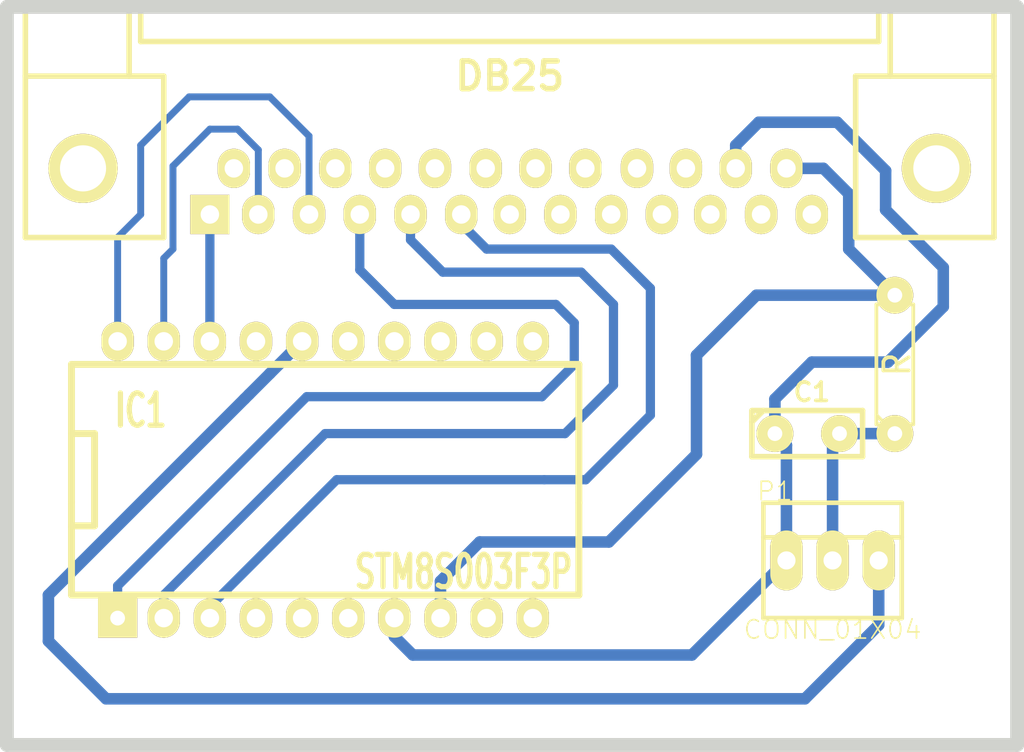
<source format=kicad_pcb>
(kicad_pcb (version 3) (host pcbnew "(2013-07-07 BZR 4022)-stable")

  (general
    (links 14)
    (no_connects 0)
    (area 103.758999 76.936599 161.671001 126.746001)
    (thickness 1.6)
    (drawings 4)
    (tracks 83)
    (zones 0)
    (modules 5)
    (nets 11)
  )

  (page A4)
  (title_block 
    (title "Tape player IR")
    (rev 1)
    (company "Hoa Lu")
  )

  (layers
    (15 F.Cu signal hide)
    (0 B.Cu signal)
    (16 B.Adhes user)
    (17 F.Adhes user)
    (18 B.Paste user)
    (19 F.Paste user)
    (20 B.SilkS user)
    (21 F.SilkS user)
    (22 B.Mask user)
    (23 F.Mask user)
    (24 Dwgs.User user)
    (25 Cmts.User user)
    (26 Eco1.User user)
    (27 Eco2.User user)
    (28 Edge.Cuts user)
  )

  (setup
    (last_trace_width 0.508)
    (trace_clearance 0.254)
    (zone_clearance 1.27)
    (zone_45_only no)
    (trace_min 0.254)
    (segment_width 0.2)
    (edge_width 0.762)
    (via_size 0.889)
    (via_drill 0.635)
    (via_min_size 0.889)
    (via_min_drill 0.508)
    (uvia_size 0.508)
    (uvia_drill 0.127)
    (uvias_allowed no)
    (uvia_min_size 0.508)
    (uvia_min_drill 0.127)
    (pcb_text_width 0.3)
    (pcb_text_size 1.5 1.5)
    (mod_edge_width 0.381)
    (mod_text_size 1 1)
    (mod_text_width 0.15)
    (pad_size 2.032 2.032)
    (pad_drill 0.8128)
    (pad_to_mask_clearance 0)
    (aux_axis_origin 0 0)
    (visible_elements 7FFFFFFF)
    (pcbplotparams
      (layerselection 3145729)
      (usegerberextensions true)
      (excludeedgelayer true)
      (linewidth 0.100000)
      (plotframeref false)
      (viasonmask false)
      (mode 1)
      (useauxorigin false)
      (hpglpennumber 1)
      (hpglpenspeed 20)
      (hpglpendiameter 15)
      (hpglpenoverlay 2)
      (psnegative false)
      (psa4output false)
      (plotreference true)
      (plotvalue true)
      (plotothertext true)
      (plotinvisibletext false)
      (padsonsilk false)
      (subtractmaskfromsilk false)
      (outputformat 1)
      (mirror false)
      (drillshape 0)
      (scaleselection 1)
      (outputdirectory C:/Users/htlu/Desktop/plot))
  )

  (net 0 "")
  (net 1 /CMD0)
  (net 2 /CMD1)
  (net 3 /CMD2)
  (net 4 /CMD3)
  (net 5 /CMD4)
  (net 6 /CMD5)
  (net 7 /IR_OUT)
  (net 8 GND)
  (net 9 N-0000039)
  (net 10 VCC)

  (net_class Default "This is the default net class."
    (clearance 0.254)
    (trace_width 0.508)
    (via_dia 0.889)
    (via_drill 0.635)
    (uvia_dia 0.508)
    (uvia_drill 0.127)
    (add_net "")
  )

  (net_class Normal ""
    (clearance 0.254)
    (trace_width 0.508)
    (via_dia 0.889)
    (via_drill 0.635)
    (uvia_dia 0.508)
    (uvia_drill 0.127)
    (add_net /CMD0)
    (add_net /CMD3)
  )

  (net_class Power ""
    (clearance 0.381)
    (trace_width 0.635)
    (via_dia 0.889)
    (via_drill 0.635)
    (uvia_dia 0.508)
    (uvia_drill 0.127)
    (add_net /IR_OUT)
    (add_net GND)
    (add_net N-0000039)
    (add_net VCC)
  )

  (net_class Thin ""
    (clearance 0.254)
    (trace_width 0.381)
    (via_dia 0.889)
    (via_drill 0.635)
    (uvia_dia 0.508)
    (uvia_drill 0.127)
    (add_net /CMD1)
    (add_net /CMD2)
    (add_net /CMD4)
    (add_net /CMD5)
  )

  (module C1   placed (layer F.Cu) (tedit 5554791B) (tstamp 5554793B)
    (at 149.733 109.22)
    (descr "Condensateur e = 1 pas")
    (tags C)
    (path /554E8764)
    (fp_text reference C1 (at 0.254 -2.286) (layer F.SilkS)
      (effects (font (size 1.016 1.016) (thickness 0.2032)))
    )
    (fp_text value C (at 0 -2.286) (layer F.SilkS) hide
      (effects (font (size 1.016 1.016) (thickness 0.2032)))
    )
    (fp_line (start -2.9972 -1.27) (end 3.048 -1.27) (layer F.SilkS) (width 0.3048))
    (fp_line (start 3.048 -1.27) (end 3.048 1.27) (layer F.SilkS) (width 0.3048))
    (fp_line (start 3.048 1.27) (end -3.048 1.27) (layer F.SilkS) (width 0.3048))
    (fp_line (start -3.048 1.27) (end -3.048 -1.27) (layer F.SilkS) (width 0.3048))
    (fp_line (start -3.048 -0.635) (end -2.413 -1.27) (layer F.SilkS) (width 0.3048))
    (pad 1 thru_hole circle (at -1.778 0) (size 2.032 2.032) (drill 0.8128)
      (layers *.Cu *.Mask F.SilkS)
      (net 8 GND)
    )
    (pad 2 thru_hole circle (at 1.778 0) (size 2.032 2.032) (drill 0.8128)
      (layers *.Cu *.Mask F.SilkS)
      (net 9 N-0000039)
    )
    (model discret/capa_1_pas.wrl
      (at (xyz 0 0 0))
      (scale (xyz 1 1 1))
      (rotate (xyz 0 0 0))
    )
  )

  (module PINHEAD1-3   placed (layer F.Cu) (tedit 55543B18) (tstamp 55503F4F)
    (at 151.13 116.205)
    (path /554E8513)
    (attr virtual)
    (fp_text reference P1 (at -3.175 -3.81) (layer F.SilkS)
      (effects (font (size 1.016 1.016) (thickness 0.0889)))
    )
    (fp_text value CONN_01X04 (at 0 3.81) (layer F.SilkS)
      (effects (font (size 1.016 1.016) (thickness 0.0889)))
    )
    (fp_line (start -3.81 -3.175) (end -3.81 3.175) (layer F.SilkS) (width 0.254))
    (fp_line (start 3.81 -3.175) (end 3.81 3.175) (layer F.SilkS) (width 0.254))
    (fp_line (start 3.81 -1.27) (end -3.81 -1.27) (layer F.SilkS) (width 0.254))
    (fp_line (start -3.81 -3.175) (end 3.81 -3.175) (layer F.SilkS) (width 0.254))
    (fp_line (start 3.81 3.175) (end -3.81 3.175) (layer F.SilkS) (width 0.254))
    (pad 1 thru_hole oval (at -2.54 0) (size 1.778 3.302) (drill 0.99822)
      (layers *.Cu F.Paste F.SilkS F.Mask)
      (net 8 GND)
    )
    (pad 2 thru_hole oval (at 0 0) (size 1.778 3.302) (drill 0.99822)
      (layers *.Cu F.Paste F.SilkS F.Mask)
      (net 9 N-0000039)
    )
    (pad 3 thru_hole oval (at 2.54 0) (size 1.778 3.302) (drill 0.99822)
      (layers *.Cu F.Paste F.SilkS F.Mask)
      (net 7 /IR_OUT)
    )
  )

  (module DB25FC   placed (layer F.Cu) (tedit 55547892) (tstamp 55503FA3)
    (at 133.35 95.885)
    (descr "Connecteur DB25 femelle couche")
    (tags "CONN DB25")
    (path /554E7E83)
    (fp_text reference J1 (at 0 -15.24) (layer F.SilkS)
      (effects (font (size 1.524 1.524) (thickness 0.3048)))
    )
    (fp_text value DB25 (at 0 -6.35) (layer F.SilkS)
      (effects (font (size 1.524 1.524) (thickness 0.3048)))
    )
    (fp_line (start 26.67 -11.43) (end 26.67 2.54) (layer F.SilkS) (width 0.3048))
    (fp_line (start 19.05 -6.35) (end 19.05 2.54) (layer F.SilkS) (width 0.3048))
    (fp_line (start 20.955 -11.43) (end 20.955 -6.35) (layer F.SilkS) (width 0.3048))
    (fp_line (start -20.955 -11.43) (end -20.955 -6.35) (layer F.SilkS) (width 0.3048))
    (fp_line (start -19.05 -6.35) (end -19.05 2.54) (layer F.SilkS) (width 0.3048))
    (fp_line (start -26.67 2.54) (end -26.67 -11.43) (layer F.SilkS) (width 0.3048))
    (fp_line (start 26.67 -6.35) (end 19.05 -6.35) (layer F.SilkS) (width 0.3048))
    (fp_line (start -26.67 -6.35) (end -19.05 -6.35) (layer F.SilkS) (width 0.3048))
    (fp_line (start 20.32 -8.255) (end 20.32 -11.43) (layer F.SilkS) (width 0.3048))
    (fp_line (start -20.32 -8.255) (end -20.32 -11.43) (layer F.SilkS) (width 0.3048))
    (fp_line (start 20.32 -18.415) (end 20.32 -12.7) (layer F.SilkS) (width 0.3048))
    (fp_line (start -20.32 -18.415) (end -20.32 -12.7) (layer F.SilkS) (width 0.3048))
    (fp_line (start 26.67 -11.43) (end 26.67 -12.7) (layer F.SilkS) (width 0.3048))
    (fp_line (start 26.67 -12.7) (end -26.67 -12.7) (layer F.SilkS) (width 0.3048))
    (fp_line (start -26.67 -12.7) (end -26.67 -11.43) (layer F.SilkS) (width 0.3048))
    (fp_line (start -26.67 -11.43) (end 26.67 -11.43) (layer F.SilkS) (width 0.3048))
    (fp_line (start 19.05 2.54) (end 26.67 2.54) (layer F.SilkS) (width 0.3048))
    (fp_line (start -20.32 -8.255) (end 20.32 -8.255) (layer F.SilkS) (width 0.3048))
    (fp_line (start -20.32 -18.415) (end 20.32 -18.415) (layer F.SilkS) (width 0.3048))
    (fp_line (start -26.67 2.54) (end -19.05 2.54) (layer F.SilkS) (width 0.3048))
    (pad "" thru_hole circle (at 23.495 -1.27) (size 3.81 3.81) (drill 2.54)
      (layers *.Cu *.Mask F.SilkS)
    )
    (pad "" thru_hole circle (at -23.495 -1.27) (size 3.81 3.81) (drill 2.54)
      (layers *.Cu *.Mask F.SilkS)
    )
    (pad 1 thru_hole rect (at -16.51 1.27) (size 2.159 2.159) (drill 1.016)
      (layers *.Cu *.Mask F.SilkS)
      (net 1 /CMD0)
    )
    (pad 2 thru_hole oval (at -13.843 1.27) (size 1.778 2.159) (drill 1.016)
      (layers *.Cu *.Mask F.SilkS)
      (net 2 /CMD1)
    )
    (pad 3 thru_hole oval (at -11.049 1.27) (size 1.778 2.159) (drill 1.016)
      (layers *.Cu *.Mask F.SilkS)
      (net 3 /CMD2)
    )
    (pad 4 thru_hole oval (at -8.255 1.27) (size 1.778 2.159) (drill 1.016)
      (layers *.Cu *.Mask F.SilkS)
      (net 4 /CMD3)
    )
    (pad 5 thru_hole oval (at -5.461 1.27) (size 1.778 2.159) (drill 1.016)
      (layers *.Cu *.Mask F.SilkS)
      (net 5 /CMD4)
    )
    (pad 6 thru_hole oval (at -2.667 1.27) (size 1.778 2.159) (drill 1.016)
      (layers *.Cu *.Mask F.SilkS)
      (net 6 /CMD5)
    )
    (pad 7 thru_hole oval (at 0 1.27) (size 1.778 2.159) (drill 1.016)
      (layers *.Cu *.Mask F.SilkS)
    )
    (pad 8 thru_hole oval (at 2.794 1.27) (size 1.778 2.159) (drill 1.016)
      (layers *.Cu *.Mask F.SilkS)
    )
    (pad 9 thru_hole oval (at 5.588 1.27) (size 1.778 2.159) (drill 1.016)
      (layers *.Cu *.Mask F.SilkS)
    )
    (pad 10 thru_hole oval (at 8.382 1.27) (size 1.778 2.159) (drill 1.016)
      (layers *.Cu *.Mask F.SilkS)
    )
    (pad 11 thru_hole oval (at 11.049 1.27) (size 1.778 2.159) (drill 1.016)
      (layers *.Cu *.Mask F.SilkS)
    )
    (pad 12 thru_hole oval (at 13.843 1.27) (size 1.778 2.159) (drill 1.016)
      (layers *.Cu *.Mask F.SilkS)
    )
    (pad 13 thru_hole oval (at 16.637 1.27) (size 1.778 2.159) (drill 1.016)
      (layers *.Cu *.Mask F.SilkS)
    )
    (pad 14 thru_hole oval (at -15.1892 -1.27) (size 1.778 2.159) (drill 1.016)
      (layers *.Cu *.Mask F.SilkS)
    )
    (pad 15 thru_hole oval (at -12.3952 -1.27) (size 1.778 2.159) (drill 1.016)
      (layers *.Cu *.Mask F.SilkS)
    )
    (pad 16 thru_hole oval (at -9.6012 -1.27) (size 1.778 2.159) (drill 1.016)
      (layers *.Cu *.Mask F.SilkS)
    )
    (pad 17 thru_hole oval (at -6.858 -1.27) (size 1.778 2.159) (drill 1.016)
      (layers *.Cu *.Mask F.SilkS)
    )
    (pad 18 thru_hole oval (at -4.1148 -1.27) (size 1.778 2.159) (drill 1.016)
      (layers *.Cu *.Mask F.SilkS)
    )
    (pad 19 thru_hole oval (at -1.3208 -1.27) (size 1.778 2.159) (drill 1.016)
      (layers *.Cu *.Mask F.SilkS)
    )
    (pad 20 thru_hole oval (at 1.4224 -1.27) (size 1.778 2.159) (drill 1.016)
      (layers *.Cu *.Mask F.SilkS)
    )
    (pad 21 thru_hole oval (at 4.1656 -1.27) (size 1.778 2.159) (drill 1.016)
      (layers *.Cu *.Mask F.SilkS)
    )
    (pad 22 thru_hole oval (at 7.0104 -1.27) (size 1.778 2.159) (drill 1.016)
      (layers *.Cu *.Mask F.SilkS)
    )
    (pad 23 thru_hole oval (at 9.7028 -1.27) (size 1.778 2.159) (drill 1.016)
      (layers *.Cu *.Mask F.SilkS)
    )
    (pad 24 thru_hole oval (at 12.446 -1.27) (size 1.778 2.159) (drill 1.016)
      (layers *.Cu *.Mask F.SilkS)
      (net 8 GND)
    )
    (pad 25 thru_hole oval (at 15.24 -1.27) (size 1.778 2.159) (drill 1.016)
      (layers *.Cu *.Mask F.SilkS)
      (net 10 VCC)
    )
    (model conn_DBxx/db25_female_pin90deg.wrl
      (at (xyz 0 0 0))
      (scale (xyz 1 1 1))
      (rotate (xyz 0 0 0))
    )
  )

  (module DIP-20__600   placed (layer F.Cu) (tedit 555443FE) (tstamp 55503F70)
    (at 123.19 111.76)
    (descr "20 pins DIL package, round pads")
    (tags DIL)
    (path /554E7D83)
    (fp_text reference IC1 (at -10.16 -3.81) (layer F.SilkS)
      (effects (font (size 1.778 1.143) (thickness 0.3048)))
    )
    (fp_text value STM8S003F3P (at 7.62 5.08) (layer F.SilkS)
      (effects (font (size 1.778 1.143) (thickness 0.28575)))
    )
    (fp_line (start -13.97 -2.54) (end -12.7 -2.54) (layer F.SilkS) (width 0.381))
    (fp_line (start -12.7 -2.54) (end -12.7 2.54) (layer F.SilkS) (width 0.381))
    (fp_line (start -12.7 2.54) (end -13.97 2.54) (layer F.SilkS) (width 0.381))
    (fp_line (start -13.97 1.27) (end -13.97 -6.35) (layer F.SilkS) (width 0.381))
    (fp_line (start 13.97 -6.35) (end 13.97 1.27) (layer F.SilkS) (width 0.381))
    (fp_line (start -13.97 -6.35) (end 13.97 -6.35) (layer F.SilkS) (width 0.381))
    (fp_line (start 13.97 1.27) (end 13.97 6.35) (layer F.SilkS) (width 0.381))
    (fp_line (start 13.97 6.35) (end -13.97 6.35) (layer F.SilkS) (width 0.381))
    (fp_line (start -13.97 6.35) (end -13.97 1.27) (layer F.SilkS) (width 0.381))
    (pad 1 thru_hole rect (at -11.43 7.62) (size 2.159 2.159) (drill 0.8128)
      (layers *.Cu *.Mask F.SilkS)
      (net 4 /CMD3)
    )
    (pad 2 thru_hole oval (at -8.89 7.62) (size 1.778 2.159) (drill 1.016)
      (layers *.Cu *.Mask F.SilkS)
      (net 5 /CMD4)
    )
    (pad 3 thru_hole oval (at -6.35 7.62) (size 1.778 2.159) (drill 1.016)
      (layers *.Cu *.Mask F.SilkS)
      (net 6 /CMD5)
    )
    (pad 4 thru_hole oval (at -3.81 7.62) (size 1.778 2.159) (drill 1.016)
      (layers *.Cu *.Mask F.SilkS)
    )
    (pad 5 thru_hole oval (at -1.27 7.62) (size 1.778 2.159) (drill 1.016)
      (layers *.Cu *.Mask F.SilkS)
    )
    (pad 6 thru_hole oval (at 1.27 7.62) (size 1.778 2.159) (drill 1.016)
      (layers *.Cu *.Mask F.SilkS)
    )
    (pad 7 thru_hole oval (at 3.81 7.62) (size 1.778 2.159) (drill 1.016)
      (layers *.Cu *.Mask F.SilkS)
      (net 8 GND)
    )
    (pad 8 thru_hole oval (at 6.35 7.62) (size 1.778 2.159) (drill 1.016)
      (layers *.Cu *.Mask F.SilkS)
      (net 10 VCC)
    )
    (pad 9 thru_hole oval (at 8.89 7.62) (size 1.778 2.159) (drill 1.016)
      (layers *.Cu *.Mask F.SilkS)
    )
    (pad 10 thru_hole oval (at 11.43 7.62) (size 1.778 2.159) (drill 1.016)
      (layers *.Cu *.Mask F.SilkS)
    )
    (pad 11 thru_hole oval (at 11.43 -7.62) (size 1.778 2.159) (drill 1.016)
      (layers *.Cu *.Mask F.SilkS)
    )
    (pad 12 thru_hole oval (at 8.89 -7.62) (size 1.778 2.159) (drill 1.016)
      (layers *.Cu *.Mask F.SilkS)
    )
    (pad 13 thru_hole oval (at 6.35 -7.62) (size 1.778 2.159) (drill 1.016)
      (layers *.Cu *.Mask F.SilkS)
    )
    (pad 14 thru_hole oval (at 3.81 -7.62) (size 1.778 2.159) (drill 1.016)
      (layers *.Cu *.Mask F.SilkS)
    )
    (pad 15 thru_hole oval (at 1.27 -7.62) (size 1.778 2.159) (drill 1.016)
      (layers *.Cu *.Mask F.SilkS)
    )
    (pad 16 thru_hole oval (at -1.27 -7.62) (size 1.778 2.159) (drill 1.016)
      (layers *.Cu *.Mask F.SilkS)
      (net 7 /IR_OUT)
    )
    (pad 17 thru_hole oval (at -3.81 -7.62) (size 1.778 2.159) (drill 1.016)
      (layers *.Cu *.Mask F.SilkS)
    )
    (pad 18 thru_hole oval (at -6.35 -7.62) (size 1.778 2.159) (drill 1.016)
      (layers *.Cu *.Mask F.SilkS)
      (net 1 /CMD0)
    )
    (pad 19 thru_hole oval (at -8.89 -7.62) (size 1.778 2.159) (drill 1.016)
      (layers *.Cu *.Mask F.SilkS)
      (net 2 /CMD1)
    )
    (pad 20 thru_hole oval (at -11.43 -7.62) (size 1.778 2.159) (drill 1.016)
      (layers *.Cu *.Mask F.SilkS)
      (net 3 /CMD2)
    )
    (model dil/dil_20.wrl
      (at (xyz 0 0 0))
      (scale (xyz 1 1 1))
      (rotate (xyz 0 0 0))
    )
  )

  (module R3   placed (layer F.Cu) (tedit 5554797E) (tstamp 55503F43)
    (at 154.559 105.41 90)
    (descr "Resitance 3 pas")
    (tags R)
    (path /554E87DF)
    (autoplace_cost180 10)
    (fp_text reference R1 (at 0 0.127 90) (layer F.SilkS) hide
      (effects (font (size 1.397 1.27) (thickness 0.2032)))
    )
    (fp_text value R (at 0 0.127 90) (layer F.SilkS)
      (effects (font (size 1.397 1.27) (thickness 0.2032)))
    )
    (fp_line (start -3.81 0) (end -3.302 0) (layer F.SilkS) (width 0.2032))
    (fp_line (start 3.81 0) (end 3.302 0) (layer F.SilkS) (width 0.2032))
    (fp_line (start 3.302 0) (end 3.302 -1.016) (layer F.SilkS) (width 0.2032))
    (fp_line (start 3.302 -1.016) (end -3.302 -1.016) (layer F.SilkS) (width 0.2032))
    (fp_line (start -3.302 -1.016) (end -3.302 1.016) (layer F.SilkS) (width 0.2032))
    (fp_line (start -3.302 1.016) (end 3.302 1.016) (layer F.SilkS) (width 0.2032))
    (fp_line (start 3.302 1.016) (end 3.302 0) (layer F.SilkS) (width 0.2032))
    (fp_line (start -3.302 -0.508) (end -2.794 -1.016) (layer F.SilkS) (width 0.2032))
    (pad 1 thru_hole circle (at -3.81 0 90) (size 2.032 2.032) (drill 0.8128)
      (layers *.Cu *.Mask F.SilkS)
      (net 9 N-0000039)
    )
    (pad 2 thru_hole circle (at 3.81 0 90) (size 2.032 2.032) (drill 0.8128)
      (layers *.Cu *.Mask F.SilkS)
      (net 10 VCC)
    )
    (model discret/resistor.wrl
      (at (xyz 0 0 0))
      (scale (xyz 0.3 0.3 0.3))
      (rotate (xyz 0 0 0))
    )
  )

  (gr_line (start 105.664 126.365) (end 105.664 85.725) (angle 90) (layer Edge.Cuts) (width 0.762))
  (gr_line (start 161.29 85.725) (end 161.29 126.365) (angle 90) (layer Edge.Cuts) (width 0.762))
  (gr_line (start 161.29 85.725) (end 105.664 85.725) (angle 90) (layer Edge.Cuts) (width 0.762))
  (gr_line (start 161.29 126.365) (end 105.664 126.365) (angle 90) (layer Edge.Cuts) (width 0.762) (tstamp 5554779E))

  (segment (start 116.84 97.155) (end 116.84 104.14) (width 0.508) (layer B.Cu) (net 1))
  (segment (start 119.507 97.155) (end 119.507 93.599) (width 0.381) (layer B.Cu) (net 2))
  (segment (start 114.3 99.568) (end 114.3 104.14) (width 0.381) (layer B.Cu) (net 2) (tstamp 5554372F))
  (segment (start 114.808 99.06) (end 114.3 99.568) (width 0.381) (layer B.Cu) (net 2) (tstamp 5554372A))
  (segment (start 114.808 94.488) (end 114.808 99.06) (width 0.381) (layer B.Cu) (net 2) (tstamp 55543724))
  (segment (start 116.84 92.456) (end 114.808 94.488) (width 0.381) (layer B.Cu) (net 2) (tstamp 55543721))
  (segment (start 118.364 92.456) (end 116.84 92.456) (width 0.381) (layer B.Cu) (net 2) (tstamp 5554371F))
  (segment (start 119.507 93.599) (end 118.364 92.456) (width 0.381) (layer B.Cu) (net 2) (tstamp 55543714))
  (segment (start 122.301 97.155) (end 122.301 92.837) (width 0.381) (layer B.Cu) (net 3))
  (segment (start 111.76 98.425) (end 111.76 104.14) (width 0.381) (layer B.Cu) (net 3) (tstamp 5554375F))
  (segment (start 113.03 97.155) (end 111.76 98.425) (width 0.381) (layer B.Cu) (net 3) (tstamp 5554375B))
  (segment (start 113.03 93.345) (end 113.03 97.155) (width 0.381) (layer B.Cu) (net 3) (tstamp 55543758))
  (segment (start 115.697 90.678) (end 113.03 93.345) (width 0.381) (layer B.Cu) (net 3) (tstamp 55543753))
  (segment (start 120.142 90.678) (end 115.697 90.678) (width 0.381) (layer B.Cu) (net 3) (tstamp 55543750))
  (segment (start 122.301 92.837) (end 120.142 90.678) (width 0.381) (layer B.Cu) (net 3) (tstamp 5554374B))
  (segment (start 125.095 97.155) (end 125.095 100.203) (width 0.508) (layer B.Cu) (net 4))
  (segment (start 111.76 117.602) (end 111.76 119.38) (width 0.508) (layer B.Cu) (net 4) (tstamp 55543853))
  (segment (start 122.174 107.188) (end 111.76 117.602) (width 0.508) (layer B.Cu) (net 4) (tstamp 55543852))
  (segment (start 135.128 107.188) (end 122.174 107.188) (width 0.508) (layer B.Cu) (net 4) (tstamp 55543850))
  (segment (start 136.906 105.41) (end 135.128 107.188) (width 0.508) (layer B.Cu) (net 4) (tstamp 5554384E))
  (segment (start 136.906 103.124) (end 136.906 105.41) (width 0.508) (layer B.Cu) (net 4) (tstamp 5554384D))
  (segment (start 135.89 102.108) (end 136.906 103.124) (width 0.508) (layer B.Cu) (net 4) (tstamp 5554384C))
  (segment (start 127 102.108) (end 135.89 102.108) (width 0.508) (layer B.Cu) (net 4) (tstamp 5554384A))
  (segment (start 125.095 100.203) (end 127 102.108) (width 0.508) (layer B.Cu) (net 4) (tstamp 55543849))
  (segment (start 127.889 97.155) (end 127.889 98.552) (width 0.508) (layer B.Cu) (net 5))
  (segment (start 114.3 118.11) (end 114.3 119.38) (width 0.508) (layer B.Cu) (net 5) (tstamp 55510BBF))
  (segment (start 123.19 109.22) (end 114.3 118.11) (width 0.508) (layer B.Cu) (net 5) (tstamp 55510BBD))
  (segment (start 136.398 109.22) (end 123.19 109.22) (width 0.508) (layer B.Cu) (net 5) (tstamp 55510BBB))
  (segment (start 139.065 106.553) (end 136.398 109.22) (width 0.508) (layer B.Cu) (net 5) (tstamp 55510BBA))
  (segment (start 139.065 102.108) (end 139.065 106.553) (width 0.508) (layer B.Cu) (net 5) (tstamp 55510BB9))
  (segment (start 137.287 100.33) (end 139.065 102.108) (width 0.508) (layer B.Cu) (net 5) (tstamp 55510BB8))
  (segment (start 129.667 100.33) (end 137.287 100.33) (width 0.508) (layer B.Cu) (net 5) (tstamp 55510BB7))
  (segment (start 127.889 98.552) (end 129.667 100.33) (width 0.508) (layer B.Cu) (net 5) (tstamp 55510BB6))
  (segment (start 116.84 119.38) (end 116.84 118.745) (width 0.508) (layer B.Cu) (net 6))
  (segment (start 116.84 118.745) (end 123.825 111.76) (width 0.508) (layer B.Cu) (net 6) (tstamp 55510BC2))
  (segment (start 123.825 111.76) (end 135.255 111.76) (width 0.508) (layer B.Cu) (net 6) (tstamp 55510BC3))
  (segment (start 135.255 111.76) (end 137.541 111.76) (width 0.508) (layer B.Cu) (net 6) (tstamp 55510BC4))
  (segment (start 137.541 111.76) (end 141.097 108.204) (width 0.508) (layer B.Cu) (net 6) (tstamp 55510BC5))
  (segment (start 141.097 108.204) (end 141.097 101.219) (width 0.508) (layer B.Cu) (net 6) (tstamp 55510BC6))
  (segment (start 141.097 101.219) (end 138.938 99.06) (width 0.508) (layer B.Cu) (net 6) (tstamp 55510BC7))
  (segment (start 138.938 99.06) (end 132.08 99.06) (width 0.508) (layer B.Cu) (net 6) (tstamp 55510BC9))
  (segment (start 132.08 99.06) (end 130.683 97.663) (width 0.508) (layer B.Cu) (net 6) (tstamp 55510BCA))
  (segment (start 130.683 97.663) (end 130.683 97.155) (width 0.508) (layer B.Cu) (net 6) (tstamp 55510BCC))
  (segment (start 121.92 104.14) (end 120.142 105.918) (width 0.635) (layer B.Cu) (net 7))
  (segment (start 120.142 105.918) (end 118.999 107.061) (width 0.635) (layer B.Cu) (net 7) (tstamp 5554386F))
  (segment (start 118.999 107.061) (end 118.745 107.315) (width 0.635) (layer B.Cu) (net 7) (tstamp 55543875))
  (segment (start 153.67 119.761) (end 153.67 116.205) (width 0.635) (layer B.Cu) (net 7) (tstamp 555054D5))
  (segment (start 149.606 123.825) (end 153.67 119.761) (width 0.635) (layer B.Cu) (net 7) (tstamp 555054CF))
  (segment (start 111.125 123.825) (end 149.606 123.825) (width 0.635) (layer B.Cu) (net 7) (tstamp 555054CD))
  (segment (start 107.95 120.65) (end 111.125 123.825) (width 0.635) (layer B.Cu) (net 7) (tstamp 555054CB))
  (segment (start 107.95 118.11) (end 107.95 120.65) (width 0.635) (layer B.Cu) (net 7) (tstamp 555054C3))
  (segment (start 118.745 107.315) (end 107.95 118.11) (width 0.635) (layer B.Cu) (net 7) (tstamp 555054BD))
  (segment (start 147.955 109.22) (end 147.955 107.315) (width 0.635) (layer B.Cu) (net 8))
  (segment (start 145.796 93.345) (end 145.796 94.615) (width 0.635) (layer B.Cu) (net 8) (tstamp 55544652))
  (segment (start 147.066 92.075) (end 145.796 93.345) (width 0.635) (layer B.Cu) (net 8) (tstamp 55544651))
  (segment (start 151.384 92.075) (end 147.066 92.075) (width 0.635) (layer B.Cu) (net 8) (tstamp 5554464F))
  (segment (start 154.051 94.742) (end 151.384 92.075) (width 0.635) (layer B.Cu) (net 8) (tstamp 5554464D))
  (segment (start 154.051 96.901) (end 154.051 94.742) (width 0.635) (layer B.Cu) (net 8) (tstamp 5554464B))
  (segment (start 157.226 100.076) (end 154.051 96.901) (width 0.635) (layer B.Cu) (net 8) (tstamp 55544649))
  (segment (start 157.226 102.235) (end 157.226 100.076) (width 0.635) (layer B.Cu) (net 8) (tstamp 55544648))
  (segment (start 154.178 105.283) (end 157.226 102.235) (width 0.635) (layer B.Cu) (net 8) (tstamp 55544647))
  (segment (start 149.987 105.283) (end 154.178 105.283) (width 0.635) (layer B.Cu) (net 8) (tstamp 55544646))
  (segment (start 147.955 107.315) (end 149.987 105.283) (width 0.635) (layer B.Cu) (net 8) (tstamp 55544645))
  (segment (start 148.59 116.205) (end 148.59 109.855) (width 0.635) (layer B.Cu) (net 8))
  (segment (start 148.59 109.855) (end 147.955 109.22) (width 0.635) (layer B.Cu) (net 8) (tstamp 5554462F))
  (segment (start 127 119.38) (end 127 120.396) (width 0.635) (layer B.Cu) (net 8))
  (segment (start 127 120.396) (end 128.016 121.412) (width 0.635) (layer B.Cu) (net 8) (tstamp 555052CE))
  (segment (start 128.016 121.412) (end 143.383 121.412) (width 0.635) (layer B.Cu) (net 8) (tstamp 555052D0))
  (segment (start 143.383 121.412) (end 148.59 116.205) (width 0.635) (layer B.Cu) (net 8) (tstamp 555052D3))
  (segment (start 154.559 109.22) (end 151.511 109.22) (width 0.635) (layer B.Cu) (net 9))
  (segment (start 151.511 109.22) (end 151.13 109.601) (width 0.635) (layer B.Cu) (net 9) (tstamp 5554462B))
  (segment (start 151.13 109.601) (end 151.13 116.205) (width 0.635) (layer B.Cu) (net 9) (tstamp 5554462C))
  (segment (start 129.54 119.38) (end 129.54 117.348) (width 0.635) (layer B.Cu) (net 10))
  (segment (start 146.939 101.6) (end 154.559 101.6) (width 0.635) (layer B.Cu) (net 10) (tstamp 55544641))
  (segment (start 143.637 104.902) (end 146.939 101.6) (width 0.635) (layer B.Cu) (net 10) (tstamp 5554463F))
  (segment (start 143.637 110.363) (end 143.637 104.902) (width 0.635) (layer B.Cu) (net 10) (tstamp 5554463D))
  (segment (start 138.811 115.189) (end 143.637 110.363) (width 0.635) (layer B.Cu) (net 10) (tstamp 5554463B))
  (segment (start 131.699 115.189) (end 138.811 115.189) (width 0.635) (layer B.Cu) (net 10) (tstamp 5554463A))
  (segment (start 129.54 117.348) (end 131.699 115.189) (width 0.635) (layer B.Cu) (net 10) (tstamp 55544639))
  (segment (start 148.59 94.615) (end 150.622 94.615) (width 0.635) (layer B.Cu) (net 10))
  (segment (start 152.019 99.06) (end 154.559 101.6) (width 0.635) (layer B.Cu) (net 10) (tstamp 55544635))
  (segment (start 152.019 96.012) (end 152.019 99.06) (width 0.635) (layer B.Cu) (net 10) (tstamp 55544634))
  (segment (start 150.622 94.615) (end 152.019 96.012) (width 0.635) (layer B.Cu) (net 10) (tstamp 55544633))

)

</source>
